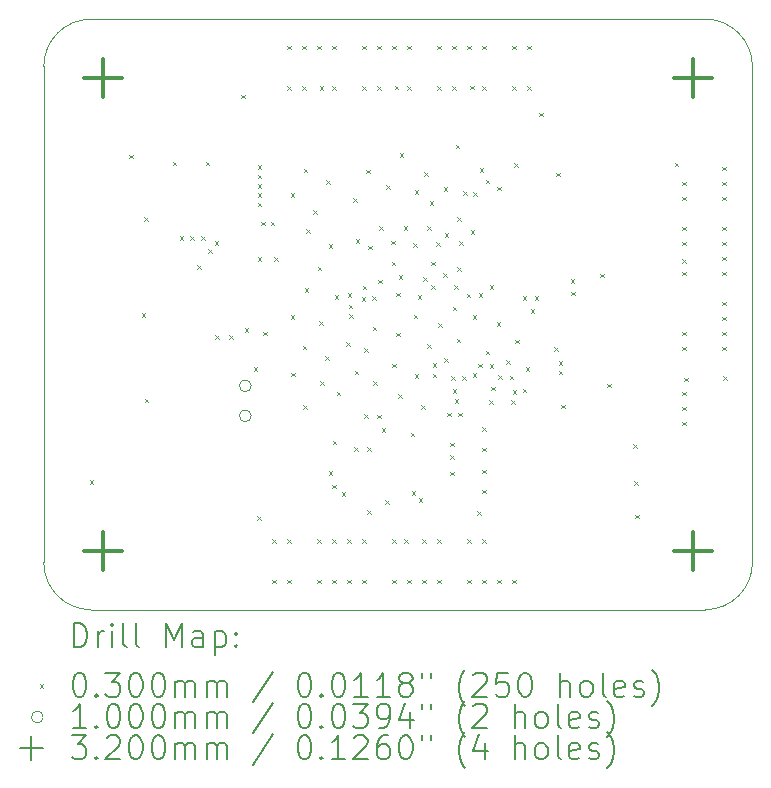
<source format=gbr>
%TF.GenerationSoftware,KiCad,Pcbnew,7.0.7-7.0.7~ubuntu22.04.1*%
%TF.CreationDate,2023-09-20T21:24:29+02:00*%
%TF.ProjectId,som_fpga,736f6d5f-6670-4676-912e-6b696361645f,rev?*%
%TF.SameCoordinates,Original*%
%TF.FileFunction,Drillmap*%
%TF.FilePolarity,Positive*%
%FSLAX45Y45*%
G04 Gerber Fmt 4.5, Leading zero omitted, Abs format (unit mm)*
G04 Created by KiCad (PCBNEW 7.0.7-7.0.7~ubuntu22.04.1) date 2023-09-20 21:24:29*
%MOMM*%
%LPD*%
G01*
G04 APERTURE LIST*
%ADD10C,0.100000*%
%ADD11C,0.200000*%
%ADD12C,0.030000*%
%ADD13C,0.320000*%
G04 APERTURE END LIST*
D10*
X11414000Y-6009000D02*
G75*
G03*
X11014000Y-6409000I0J-400000D01*
G01*
X11014000Y-10609000D02*
G75*
G03*
X11414000Y-11009000I400000J0D01*
G01*
X16614000Y-11009000D02*
G75*
G03*
X17014000Y-10609000I0J400000D01*
G01*
X16614000Y-11009000D02*
X11414000Y-11009000D01*
X17014000Y-6409000D02*
X17014000Y-10609000D01*
X11014000Y-6409000D02*
X11014000Y-10609000D01*
X11414000Y-6009000D02*
X16614000Y-6009000D01*
X17014000Y-6409000D02*
G75*
G03*
X16614000Y-6009000I-400000J0D01*
G01*
D11*
D12*
X11405000Y-9915000D02*
X11435000Y-9945000D01*
X11435000Y-9915000D02*
X11405000Y-9945000D01*
X11736400Y-7156900D02*
X11766400Y-7186900D01*
X11766400Y-7156900D02*
X11736400Y-7186900D01*
X11844400Y-8500400D02*
X11874400Y-8530400D01*
X11874400Y-8500400D02*
X11844400Y-8530400D01*
X11866400Y-7686900D02*
X11896400Y-7716900D01*
X11896400Y-7686900D02*
X11866400Y-7716900D01*
X11866900Y-9222900D02*
X11896900Y-9252900D01*
X11896900Y-9222900D02*
X11866900Y-9252900D01*
X12106400Y-7216900D02*
X12136400Y-7246900D01*
X12136400Y-7216900D02*
X12106400Y-7246900D01*
X12165000Y-7845000D02*
X12195000Y-7875000D01*
X12195000Y-7845000D02*
X12165000Y-7875000D01*
X12255000Y-7845000D02*
X12285000Y-7875000D01*
X12285000Y-7845000D02*
X12255000Y-7875000D01*
X12314400Y-8090400D02*
X12344400Y-8120400D01*
X12344400Y-8090400D02*
X12314400Y-8120400D01*
X12345000Y-7845000D02*
X12375000Y-7875000D01*
X12375000Y-7845000D02*
X12345000Y-7875000D01*
X12386400Y-7216900D02*
X12416400Y-7246900D01*
X12416400Y-7216900D02*
X12386400Y-7246900D01*
X12405000Y-7955000D02*
X12435000Y-7985000D01*
X12435000Y-7955000D02*
X12405000Y-7985000D01*
X12463000Y-7888000D02*
X12493000Y-7918000D01*
X12493000Y-7888000D02*
X12463000Y-7918000D01*
X12465000Y-8685000D02*
X12495000Y-8715000D01*
X12495000Y-8685000D02*
X12465000Y-8715000D01*
X12585000Y-8685000D02*
X12615000Y-8715000D01*
X12615000Y-8685000D02*
X12585000Y-8715000D01*
X12685000Y-6650000D02*
X12715000Y-6680000D01*
X12715000Y-6650000D02*
X12685000Y-6680000D01*
X12714000Y-8628000D02*
X12744000Y-8658000D01*
X12744000Y-8628000D02*
X12714000Y-8658000D01*
X12791000Y-8954000D02*
X12821000Y-8984000D01*
X12821000Y-8954000D02*
X12791000Y-8984000D01*
X12821250Y-10218750D02*
X12851250Y-10248750D01*
X12851250Y-10218750D02*
X12821250Y-10248750D01*
X12825000Y-7245000D02*
X12855000Y-7275000D01*
X12855000Y-7245000D02*
X12825000Y-7275000D01*
X12825000Y-7325000D02*
X12855000Y-7355000D01*
X12855000Y-7325000D02*
X12825000Y-7355000D01*
X12825000Y-7405000D02*
X12855000Y-7435000D01*
X12855000Y-7405000D02*
X12825000Y-7435000D01*
X12825000Y-7485000D02*
X12855000Y-7515000D01*
X12855000Y-7485000D02*
X12825000Y-7515000D01*
X12825000Y-7565000D02*
X12855000Y-7595000D01*
X12855000Y-7565000D02*
X12825000Y-7595000D01*
X12825000Y-8025000D02*
X12855000Y-8055000D01*
X12855000Y-8025000D02*
X12825000Y-8055000D01*
X12855000Y-7725000D02*
X12885000Y-7755000D01*
X12885000Y-7725000D02*
X12855000Y-7755000D01*
X12874000Y-8654000D02*
X12904000Y-8684000D01*
X12904000Y-8654000D02*
X12874000Y-8684000D01*
X12935000Y-7725000D02*
X12965000Y-7755000D01*
X12965000Y-7725000D02*
X12935000Y-7755000D01*
X12948250Y-10412500D02*
X12978250Y-10442500D01*
X12978250Y-10412500D02*
X12948250Y-10442500D01*
X12948250Y-10755500D02*
X12978250Y-10785500D01*
X12978250Y-10755500D02*
X12948250Y-10785500D01*
X12965000Y-8025000D02*
X12995000Y-8055000D01*
X12995000Y-8025000D02*
X12965000Y-8055000D01*
X13075250Y-6232500D02*
X13105250Y-6262500D01*
X13105250Y-6232500D02*
X13075250Y-6262500D01*
X13075250Y-6575500D02*
X13105250Y-6605500D01*
X13105250Y-6575500D02*
X13075250Y-6605500D01*
X13075250Y-10412500D02*
X13105250Y-10442500D01*
X13105250Y-10412500D02*
X13075250Y-10442500D01*
X13075250Y-10755500D02*
X13105250Y-10785500D01*
X13105250Y-10755500D02*
X13075250Y-10785500D01*
X13105000Y-7485000D02*
X13135000Y-7515000D01*
X13135000Y-7485000D02*
X13105000Y-7515000D01*
X13105000Y-8515000D02*
X13135000Y-8545000D01*
X13135000Y-8515000D02*
X13105000Y-8545000D01*
X13108000Y-9003000D02*
X13138000Y-9033000D01*
X13138000Y-9003000D02*
X13108000Y-9033000D01*
X13202250Y-6232500D02*
X13232250Y-6262500D01*
X13232250Y-6232500D02*
X13202250Y-6262500D01*
X13202250Y-6575500D02*
X13232250Y-6605500D01*
X13232250Y-6575500D02*
X13202250Y-6605500D01*
X13205000Y-8775000D02*
X13235000Y-8805000D01*
X13235000Y-8775000D02*
X13205000Y-8805000D01*
X13213000Y-9280000D02*
X13243000Y-9310000D01*
X13243000Y-9280000D02*
X13213000Y-9310000D01*
X13215000Y-7275000D02*
X13245000Y-7305000D01*
X13245000Y-7275000D02*
X13215000Y-7305000D01*
X13225000Y-8285000D02*
X13255000Y-8315000D01*
X13255000Y-8285000D02*
X13225000Y-8315000D01*
X13234000Y-7788000D02*
X13264000Y-7818000D01*
X13264000Y-7788000D02*
X13234000Y-7818000D01*
X13295000Y-7625000D02*
X13325000Y-7655000D01*
X13325000Y-7625000D02*
X13295000Y-7655000D01*
X13329250Y-6232500D02*
X13359250Y-6262500D01*
X13359250Y-6232500D02*
X13329250Y-6262500D01*
X13329250Y-10412500D02*
X13359250Y-10442500D01*
X13359250Y-10412500D02*
X13329250Y-10442500D01*
X13329250Y-10755500D02*
X13359250Y-10785500D01*
X13359250Y-10755500D02*
X13329250Y-10785500D01*
X13335000Y-8105000D02*
X13365000Y-8135000D01*
X13365000Y-8105000D02*
X13335000Y-8135000D01*
X13345000Y-8565000D02*
X13375000Y-8595000D01*
X13375000Y-8565000D02*
X13345000Y-8595000D01*
X13348870Y-6575500D02*
X13378870Y-6605500D01*
X13378870Y-6575500D02*
X13348870Y-6605500D01*
X13355000Y-9075000D02*
X13385000Y-9105000D01*
X13385000Y-9075000D02*
X13355000Y-9105000D01*
X13395000Y-8865000D02*
X13425000Y-8895000D01*
X13425000Y-8865000D02*
X13395000Y-8895000D01*
X13405000Y-7375000D02*
X13435000Y-7405000D01*
X13435000Y-7375000D02*
X13405000Y-7405000D01*
X13425000Y-7915000D02*
X13455000Y-7945000D01*
X13455000Y-7915000D02*
X13425000Y-7945000D01*
X13428000Y-9837000D02*
X13458000Y-9867000D01*
X13458000Y-9837000D02*
X13428000Y-9867000D01*
X13455000Y-9950000D02*
X13485000Y-9980000D01*
X13485000Y-9950000D02*
X13455000Y-9980000D01*
X13456250Y-6232500D02*
X13486250Y-6262500D01*
X13486250Y-6232500D02*
X13456250Y-6262500D01*
X13456250Y-6575500D02*
X13486250Y-6605500D01*
X13486250Y-6575500D02*
X13456250Y-6605500D01*
X13456250Y-10412500D02*
X13486250Y-10442500D01*
X13486250Y-10412500D02*
X13456250Y-10442500D01*
X13456250Y-10755500D02*
X13486250Y-10785500D01*
X13486250Y-10755500D02*
X13456250Y-10785500D01*
X13460000Y-9577000D02*
X13490000Y-9607000D01*
X13490000Y-9577000D02*
X13460000Y-9607000D01*
X13479304Y-8344783D02*
X13509304Y-8374783D01*
X13509304Y-8344783D02*
X13479304Y-8374783D01*
X13495000Y-9165000D02*
X13525000Y-9195000D01*
X13525000Y-9165000D02*
X13495000Y-9195000D01*
X13536550Y-10016000D02*
X13566550Y-10046000D01*
X13566550Y-10016000D02*
X13536550Y-10046000D01*
X13575499Y-8743650D02*
X13605499Y-8773650D01*
X13605499Y-8743650D02*
X13575499Y-8773650D01*
X13583250Y-10412500D02*
X13613250Y-10442500D01*
X13613250Y-10412500D02*
X13583250Y-10442500D01*
X13583250Y-10755500D02*
X13613250Y-10785500D01*
X13613250Y-10755500D02*
X13583250Y-10785500D01*
X13587451Y-8331860D02*
X13617451Y-8361860D01*
X13617451Y-8331860D02*
X13587451Y-8361860D01*
X13595000Y-8425000D02*
X13625000Y-8455000D01*
X13625000Y-8425000D02*
X13595000Y-8455000D01*
X13601810Y-8508025D02*
X13631810Y-8538025D01*
X13631810Y-8508025D02*
X13601810Y-8538025D01*
X13636269Y-7525540D02*
X13666269Y-7555540D01*
X13666269Y-7525540D02*
X13636269Y-7555540D01*
X13641000Y-9635300D02*
X13671000Y-9665300D01*
X13671000Y-9635300D02*
X13641000Y-9665300D01*
X13645000Y-8985000D02*
X13675000Y-9015000D01*
X13675000Y-8985000D02*
X13645000Y-9015000D01*
X13655000Y-7874000D02*
X13685000Y-7904000D01*
X13685000Y-7874000D02*
X13655000Y-7904000D01*
X13705000Y-8365000D02*
X13735000Y-8395000D01*
X13735000Y-8365000D02*
X13705000Y-8395000D01*
X13710250Y-6232500D02*
X13740250Y-6262500D01*
X13740250Y-6232500D02*
X13710250Y-6262500D01*
X13710250Y-6575500D02*
X13740250Y-6605500D01*
X13740250Y-6575500D02*
X13710250Y-6605500D01*
X13710250Y-10412500D02*
X13740250Y-10442500D01*
X13740250Y-10412500D02*
X13710250Y-10442500D01*
X13710250Y-10755500D02*
X13740250Y-10785500D01*
X13740250Y-10755500D02*
X13710250Y-10785500D01*
X13715000Y-8265000D02*
X13745000Y-8295000D01*
X13745000Y-8265000D02*
X13715000Y-8295000D01*
X13725000Y-9355000D02*
X13755000Y-9385000D01*
X13755000Y-9355000D02*
X13725000Y-9385000D01*
X13728000Y-8795000D02*
X13758000Y-8825000D01*
X13758000Y-8795000D02*
X13728000Y-8825000D01*
X13745000Y-7285000D02*
X13775000Y-7315000D01*
X13775000Y-7285000D02*
X13745000Y-7315000D01*
X13751000Y-9635300D02*
X13781000Y-9665300D01*
X13781000Y-9635300D02*
X13751000Y-9665300D01*
X13753000Y-10166000D02*
X13783000Y-10196000D01*
X13783000Y-10166000D02*
X13753000Y-10196000D01*
X13760487Y-7927456D02*
X13790487Y-7957456D01*
X13790487Y-7927456D02*
X13760487Y-7957456D01*
X13794290Y-8356291D02*
X13824290Y-8386291D01*
X13824290Y-8356291D02*
X13794290Y-8386291D01*
X13801009Y-8611949D02*
X13831009Y-8641949D01*
X13831009Y-8611949D02*
X13801009Y-8641949D01*
X13805000Y-9075000D02*
X13835000Y-9105000D01*
X13835000Y-9075000D02*
X13805000Y-9105000D01*
X13837250Y-6232500D02*
X13867250Y-6262500D01*
X13867250Y-6232500D02*
X13837250Y-6262500D01*
X13837250Y-6575500D02*
X13867250Y-6605500D01*
X13867250Y-6575500D02*
X13837250Y-6605500D01*
X13837950Y-9360000D02*
X13867950Y-9390000D01*
X13867950Y-9360000D02*
X13837950Y-9390000D01*
X13845000Y-8215000D02*
X13875000Y-8245000D01*
X13875000Y-8215000D02*
X13845000Y-8245000D01*
X13856323Y-7764392D02*
X13886323Y-7794392D01*
X13886323Y-7764392D02*
X13856323Y-7794392D01*
X13877000Y-9474000D02*
X13907000Y-9504000D01*
X13907000Y-9474000D02*
X13877000Y-9504000D01*
X13903810Y-10080528D02*
X13933810Y-10110528D01*
X13933810Y-10080528D02*
X13903810Y-10110528D01*
X13915000Y-7415000D02*
X13945000Y-7445000D01*
X13945000Y-7415000D02*
X13915000Y-7445000D01*
X13953743Y-7884828D02*
X13983743Y-7914828D01*
X13983743Y-7884828D02*
X13953743Y-7914828D01*
X13958538Y-8063447D02*
X13988538Y-8093447D01*
X13988538Y-8063447D02*
X13958538Y-8093447D01*
X13964250Y-6232500D02*
X13994250Y-6262500D01*
X13994250Y-6232500D02*
X13964250Y-6262500D01*
X13964250Y-10412500D02*
X13994250Y-10442500D01*
X13994250Y-10412500D02*
X13964250Y-10442500D01*
X13964250Y-10755500D02*
X13994250Y-10785500D01*
X13994250Y-10755500D02*
X13964250Y-10785500D01*
X13966374Y-8928095D02*
X13996374Y-8958095D01*
X13996374Y-8928095D02*
X13966374Y-8958095D01*
X13983868Y-6572594D02*
X14013868Y-6602594D01*
X14013868Y-6572594D02*
X13983868Y-6602594D01*
X13998500Y-8665500D02*
X14028500Y-8695500D01*
X14028500Y-8665500D02*
X13998500Y-8695500D01*
X13999500Y-8323500D02*
X14029500Y-8353500D01*
X14029500Y-8323500D02*
X13999500Y-8353500D01*
X14015000Y-9185000D02*
X14045000Y-9215000D01*
X14045000Y-9185000D02*
X14015000Y-9215000D01*
X14021000Y-8177000D02*
X14051000Y-8207000D01*
X14051000Y-8177000D02*
X14021000Y-8207000D01*
X14026000Y-7143000D02*
X14056000Y-7173000D01*
X14056000Y-7143000D02*
X14026000Y-7173000D01*
X14060463Y-7762500D02*
X14090463Y-7792500D01*
X14090463Y-7762500D02*
X14060463Y-7792500D01*
X14064350Y-10412500D02*
X14094350Y-10442500D01*
X14094350Y-10412500D02*
X14064350Y-10442500D01*
X14091250Y-6232500D02*
X14121250Y-6262500D01*
X14121250Y-6232500D02*
X14091250Y-6262500D01*
X14091250Y-6575500D02*
X14121250Y-6605500D01*
X14121250Y-6575500D02*
X14091250Y-6605500D01*
X14091250Y-10755500D02*
X14121250Y-10785500D01*
X14121250Y-10755500D02*
X14091250Y-10785500D01*
X14120000Y-9510000D02*
X14150000Y-9540000D01*
X14150000Y-9510000D02*
X14120000Y-9540000D01*
X14131214Y-10007179D02*
X14161214Y-10037179D01*
X14161214Y-10007179D02*
X14131214Y-10037179D01*
X14141000Y-7907000D02*
X14171000Y-7937000D01*
X14171000Y-7907000D02*
X14141000Y-7937000D01*
X14148000Y-8510000D02*
X14178000Y-8540000D01*
X14178000Y-8510000D02*
X14148000Y-8540000D01*
X14155000Y-9015000D02*
X14185000Y-9045000D01*
X14185000Y-9015000D02*
X14155000Y-9045000D01*
X14156705Y-7458789D02*
X14186705Y-7488789D01*
X14186705Y-7458789D02*
X14156705Y-7488789D01*
X14179856Y-8344254D02*
X14209856Y-8374254D01*
X14209856Y-8344254D02*
X14179856Y-8374254D01*
X14187783Y-10063748D02*
X14217783Y-10093748D01*
X14217783Y-10063748D02*
X14187783Y-10093748D01*
X14210000Y-9279000D02*
X14240000Y-9309000D01*
X14240000Y-9279000D02*
X14210000Y-9309000D01*
X14218250Y-10412500D02*
X14248250Y-10442500D01*
X14248250Y-10412500D02*
X14218250Y-10442500D01*
X14218250Y-10755500D02*
X14248250Y-10785500D01*
X14248250Y-10755500D02*
X14218250Y-10785500D01*
X14227320Y-8193207D02*
X14257320Y-8223207D01*
X14257320Y-8193207D02*
X14227320Y-8223207D01*
X14235000Y-7305000D02*
X14265000Y-7335000D01*
X14265000Y-7305000D02*
X14235000Y-7335000D01*
X14260457Y-8762511D02*
X14290457Y-8792511D01*
X14290457Y-8762511D02*
X14260457Y-8792511D01*
X14260460Y-7762506D02*
X14290460Y-7792506D01*
X14290460Y-7762506D02*
X14260460Y-7792506D01*
X14283459Y-7551541D02*
X14313459Y-7581541D01*
X14313459Y-7551541D02*
X14283459Y-7581541D01*
X14295540Y-8262507D02*
X14325540Y-8292507D01*
X14325540Y-8262507D02*
X14295540Y-8292507D01*
X14295541Y-8062508D02*
X14325541Y-8092508D01*
X14325541Y-8062508D02*
X14295541Y-8092508D01*
X14306000Y-8923000D02*
X14336000Y-8953000D01*
X14336000Y-8923000D02*
X14306000Y-8953000D01*
X14306000Y-9013000D02*
X14336000Y-9043000D01*
X14336000Y-9013000D02*
X14306000Y-9043000D01*
X14339000Y-7900000D02*
X14369000Y-7930000D01*
X14369000Y-7900000D02*
X14339000Y-7930000D01*
X14345250Y-6232500D02*
X14375250Y-6262500D01*
X14375250Y-6232500D02*
X14345250Y-6262500D01*
X14345250Y-6575500D02*
X14375250Y-6605500D01*
X14375250Y-6575500D02*
X14345250Y-6605500D01*
X14345250Y-10412500D02*
X14375250Y-10442500D01*
X14375250Y-10412500D02*
X14345250Y-10442500D01*
X14345250Y-10755500D02*
X14375250Y-10785500D01*
X14375250Y-10755500D02*
X14345250Y-10785500D01*
X14354000Y-8582000D02*
X14384000Y-8612000D01*
X14384000Y-8582000D02*
X14354000Y-8612000D01*
X14395542Y-8162509D02*
X14425542Y-8192509D01*
X14425542Y-8162509D02*
X14395542Y-8192509D01*
X14401183Y-7430394D02*
X14431183Y-7460394D01*
X14431183Y-7430394D02*
X14401183Y-7460394D01*
X14406000Y-8882000D02*
X14436000Y-8912000D01*
X14436000Y-8882000D02*
X14406000Y-8912000D01*
X14408555Y-7822665D02*
X14438555Y-7852665D01*
X14438555Y-7822665D02*
X14408555Y-7852665D01*
X14428000Y-9342000D02*
X14458000Y-9372000D01*
X14458000Y-9342000D02*
X14428000Y-9372000D01*
X14456000Y-9703000D02*
X14486000Y-9733000D01*
X14486000Y-9703000D02*
X14456000Y-9733000D01*
X14457000Y-9595000D02*
X14487000Y-9625000D01*
X14487000Y-9595000D02*
X14457000Y-9625000D01*
X14457000Y-9840000D02*
X14487000Y-9870000D01*
X14487000Y-9840000D02*
X14457000Y-9870000D01*
X14466000Y-9030000D02*
X14496000Y-9060000D01*
X14496000Y-9030000D02*
X14466000Y-9060000D01*
X14472250Y-6232500D02*
X14502250Y-6262500D01*
X14502250Y-6232500D02*
X14472250Y-6262500D01*
X14472250Y-6575500D02*
X14502250Y-6605500D01*
X14502250Y-6575500D02*
X14472250Y-6605500D01*
X14474794Y-8443006D02*
X14504794Y-8473006D01*
X14504794Y-8443006D02*
X14474794Y-8473006D01*
X14478000Y-9144000D02*
X14508000Y-9174000D01*
X14508000Y-9144000D02*
X14478000Y-9174000D01*
X14491000Y-8264000D02*
X14521000Y-8294000D01*
X14521000Y-8264000D02*
X14491000Y-8294000D01*
X14493550Y-9225000D02*
X14523550Y-9255000D01*
X14523550Y-9225000D02*
X14493550Y-9255000D01*
X14502000Y-7073000D02*
X14532000Y-7103000D01*
X14532000Y-7073000D02*
X14502000Y-7103000D01*
X14512000Y-8716000D02*
X14542000Y-8746000D01*
X14542000Y-8716000D02*
X14512000Y-8746000D01*
X14515000Y-7685000D02*
X14545000Y-7715000D01*
X14545000Y-7685000D02*
X14515000Y-7715000D01*
X14516000Y-8111000D02*
X14546000Y-8141000D01*
X14546000Y-8111000D02*
X14516000Y-8141000D01*
X14524350Y-9341000D02*
X14554350Y-9371000D01*
X14554350Y-9341000D02*
X14524350Y-9371000D01*
X14533844Y-7888524D02*
X14563844Y-7918524D01*
X14563844Y-7888524D02*
X14533844Y-7918524D01*
X14556515Y-9031126D02*
X14586515Y-9061126D01*
X14586515Y-9031126D02*
X14556515Y-9061126D01*
X14564458Y-7465751D02*
X14594458Y-7495751D01*
X14594458Y-7465751D02*
X14564458Y-7495751D01*
X14593580Y-8334104D02*
X14623580Y-8364104D01*
X14623580Y-8334104D02*
X14593580Y-8364104D01*
X14599250Y-6232500D02*
X14629250Y-6262500D01*
X14629250Y-6232500D02*
X14599250Y-6262500D01*
X14599250Y-10412500D02*
X14629250Y-10442500D01*
X14629250Y-10412500D02*
X14599250Y-10442500D01*
X14599250Y-10755500D02*
X14629250Y-10785500D01*
X14629250Y-10755500D02*
X14599250Y-10785500D01*
X14624000Y-6571000D02*
X14654000Y-6601000D01*
X14654000Y-6571000D02*
X14624000Y-6601000D01*
X14628000Y-7795000D02*
X14658000Y-7825000D01*
X14658000Y-7795000D02*
X14628000Y-7825000D01*
X14645000Y-8515000D02*
X14675000Y-8545000D01*
X14675000Y-8515000D02*
X14645000Y-8545000D01*
X14645000Y-9005000D02*
X14675000Y-9035000D01*
X14675000Y-9005000D02*
X14645000Y-9035000D01*
X14651000Y-7473000D02*
X14681000Y-7503000D01*
X14681000Y-7473000D02*
X14651000Y-7503000D01*
X14685000Y-10175000D02*
X14715000Y-10205000D01*
X14715000Y-10175000D02*
X14685000Y-10205000D01*
X14691000Y-8926000D02*
X14721000Y-8956000D01*
X14721000Y-8926000D02*
X14691000Y-8956000D01*
X14695542Y-8327491D02*
X14725542Y-8357491D01*
X14725542Y-8327491D02*
X14695542Y-8357491D01*
X14706000Y-7271000D02*
X14736000Y-7301000D01*
X14736000Y-7271000D02*
X14706000Y-7301000D01*
X14725000Y-9636000D02*
X14755000Y-9666000D01*
X14755000Y-9636000D02*
X14725000Y-9666000D01*
X14725000Y-9822000D02*
X14755000Y-9852000D01*
X14755000Y-9822000D02*
X14725000Y-9852000D01*
X14725000Y-9992000D02*
X14755000Y-10022000D01*
X14755000Y-9992000D02*
X14725000Y-10022000D01*
X14726000Y-9466000D02*
X14756000Y-9496000D01*
X14756000Y-9466000D02*
X14726000Y-9496000D01*
X14726250Y-6232500D02*
X14756250Y-6262500D01*
X14756250Y-6232500D02*
X14726250Y-6262500D01*
X14726250Y-6575500D02*
X14756250Y-6605500D01*
X14756250Y-6575500D02*
X14726250Y-6605500D01*
X14726250Y-10412500D02*
X14756250Y-10442500D01*
X14756250Y-10412500D02*
X14726250Y-10442500D01*
X14726250Y-10755500D02*
X14756250Y-10785500D01*
X14756250Y-10755500D02*
X14726250Y-10785500D01*
X14755000Y-7369000D02*
X14785000Y-7399000D01*
X14785000Y-7369000D02*
X14755000Y-7399000D01*
X14755000Y-8815000D02*
X14785000Y-8845000D01*
X14785000Y-8815000D02*
X14755000Y-8845000D01*
X14787819Y-9237742D02*
X14817819Y-9267742D01*
X14817819Y-9237742D02*
X14787819Y-9267742D01*
X14789000Y-8931000D02*
X14819000Y-8961000D01*
X14819000Y-8931000D02*
X14789000Y-8961000D01*
X14789589Y-8261837D02*
X14819589Y-8291837D01*
X14819589Y-8261837D02*
X14789589Y-8291837D01*
X14801000Y-9120000D02*
X14831000Y-9150000D01*
X14831000Y-9120000D02*
X14801000Y-9150000D01*
X14849000Y-8573000D02*
X14879000Y-8603000D01*
X14879000Y-8573000D02*
X14849000Y-8603000D01*
X14853250Y-10755500D02*
X14883250Y-10785500D01*
X14883250Y-10755500D02*
X14853250Y-10785500D01*
X14854000Y-7426000D02*
X14884000Y-7456000D01*
X14884000Y-7426000D02*
X14854000Y-7456000D01*
X14863000Y-9022000D02*
X14893000Y-9052000D01*
X14893000Y-9022000D02*
X14863000Y-9052000D01*
X14928000Y-8895000D02*
X14958000Y-8925000D01*
X14958000Y-8895000D02*
X14928000Y-8925000D01*
X14960000Y-9028000D02*
X14990000Y-9058000D01*
X14990000Y-9028000D02*
X14960000Y-9058000D01*
X14971000Y-9236000D02*
X15001000Y-9266000D01*
X15001000Y-9236000D02*
X14971000Y-9266000D01*
X14980250Y-6232500D02*
X15010250Y-6262500D01*
X15010250Y-6232500D02*
X14980250Y-6262500D01*
X14980250Y-6575500D02*
X15010250Y-6605500D01*
X15010250Y-6575500D02*
X14980250Y-6605500D01*
X14980250Y-10755500D02*
X15010250Y-10785500D01*
X15010250Y-10755500D02*
X14980250Y-10785500D01*
X14986000Y-9153000D02*
X15016000Y-9183000D01*
X15016000Y-9153000D02*
X14986000Y-9183000D01*
X14995511Y-7227458D02*
X15025511Y-7257458D01*
X15025511Y-7227458D02*
X14995511Y-7257458D01*
X15005000Y-8725000D02*
X15035000Y-8755000D01*
X15035000Y-8725000D02*
X15005000Y-8755000D01*
X15069000Y-8354000D02*
X15099000Y-8384000D01*
X15099000Y-8354000D02*
X15069000Y-8384000D01*
X15070000Y-9138000D02*
X15100000Y-9168000D01*
X15100000Y-9138000D02*
X15070000Y-9168000D01*
X15094290Y-8956292D02*
X15124290Y-8986292D01*
X15124290Y-8956292D02*
X15094290Y-8986292D01*
X15107250Y-6232500D02*
X15137250Y-6262500D01*
X15137250Y-6232500D02*
X15107250Y-6262500D01*
X15107250Y-6575500D02*
X15137250Y-6605500D01*
X15137250Y-6575500D02*
X15107250Y-6605500D01*
X15136000Y-8467000D02*
X15166000Y-8497000D01*
X15166000Y-8467000D02*
X15136000Y-8497000D01*
X15170853Y-8354661D02*
X15200853Y-8384661D01*
X15200853Y-8354661D02*
X15170853Y-8384661D01*
X15210000Y-6800000D02*
X15240000Y-6830000D01*
X15240000Y-6800000D02*
X15210000Y-6830000D01*
X15335000Y-8788700D02*
X15365000Y-8818700D01*
X15365000Y-8788700D02*
X15335000Y-8818700D01*
X15352000Y-7308000D02*
X15382000Y-7338000D01*
X15382000Y-7308000D02*
X15352000Y-7338000D01*
X15375000Y-8905000D02*
X15405000Y-8935000D01*
X15405000Y-8905000D02*
X15375000Y-8935000D01*
X15375000Y-8985000D02*
X15405000Y-9015000D01*
X15405000Y-8985000D02*
X15375000Y-9015000D01*
X15396000Y-9274000D02*
X15426000Y-9304000D01*
X15426000Y-9274000D02*
X15396000Y-9304000D01*
X15476000Y-8209000D02*
X15506000Y-8239000D01*
X15506000Y-8209000D02*
X15476000Y-8239000D01*
X15480000Y-8315000D02*
X15510000Y-8345000D01*
X15510000Y-8315000D02*
X15480000Y-8345000D01*
X15725000Y-8165000D02*
X15755000Y-8195000D01*
X15755000Y-8165000D02*
X15725000Y-8195000D01*
X15785000Y-9095000D02*
X15815000Y-9125000D01*
X15815000Y-9095000D02*
X15785000Y-9125000D01*
X16007000Y-9606000D02*
X16037000Y-9636000D01*
X16037000Y-9606000D02*
X16007000Y-9636000D01*
X16013000Y-9919000D02*
X16043000Y-9949000D01*
X16043000Y-9919000D02*
X16013000Y-9949000D01*
X16021000Y-10205000D02*
X16051000Y-10235000D01*
X16051000Y-10205000D02*
X16021000Y-10235000D01*
X16357000Y-7225000D02*
X16387000Y-7255000D01*
X16387000Y-7225000D02*
X16357000Y-7255000D01*
X16417500Y-7385750D02*
X16447500Y-7415750D01*
X16447500Y-7385750D02*
X16417500Y-7415750D01*
X16417500Y-7512750D02*
X16447500Y-7542750D01*
X16447500Y-7512750D02*
X16417500Y-7542750D01*
X16417500Y-7766750D02*
X16447500Y-7796750D01*
X16447500Y-7766750D02*
X16417500Y-7796750D01*
X16417500Y-7893750D02*
X16447500Y-7923750D01*
X16447500Y-7893750D02*
X16417500Y-7923750D01*
X16417500Y-8147750D02*
X16447500Y-8177750D01*
X16447500Y-8147750D02*
X16417500Y-8177750D01*
X16417500Y-8655750D02*
X16447500Y-8685750D01*
X16447500Y-8655750D02*
X16417500Y-8685750D01*
X16417500Y-8782750D02*
X16447500Y-8812750D01*
X16447500Y-8782750D02*
X16417500Y-8812750D01*
X16417500Y-9163750D02*
X16447500Y-9193750D01*
X16447500Y-9163750D02*
X16417500Y-9193750D01*
X16417500Y-9290750D02*
X16447500Y-9320750D01*
X16447500Y-9290750D02*
X16417500Y-9320750D01*
X16417500Y-9417750D02*
X16447500Y-9447750D01*
X16447500Y-9417750D02*
X16417500Y-9447750D01*
X16420406Y-8040368D02*
X16450406Y-8070368D01*
X16450406Y-8040368D02*
X16420406Y-8070368D01*
X16435000Y-9045000D02*
X16465000Y-9075000D01*
X16465000Y-9045000D02*
X16435000Y-9075000D01*
X16760500Y-7258750D02*
X16790500Y-7288750D01*
X16790500Y-7258750D02*
X16760500Y-7288750D01*
X16760500Y-7385750D02*
X16790500Y-7415750D01*
X16790500Y-7385750D02*
X16760500Y-7415750D01*
X16760500Y-7512750D02*
X16790500Y-7542750D01*
X16790500Y-7512750D02*
X16760500Y-7542750D01*
X16760500Y-7766750D02*
X16790500Y-7796750D01*
X16790500Y-7766750D02*
X16760500Y-7796750D01*
X16760500Y-7893750D02*
X16790500Y-7923750D01*
X16790500Y-7893750D02*
X16760500Y-7923750D01*
X16760500Y-8020750D02*
X16790500Y-8050750D01*
X16790500Y-8020750D02*
X16760500Y-8050750D01*
X16760500Y-8147750D02*
X16790500Y-8177750D01*
X16790500Y-8147750D02*
X16760500Y-8177750D01*
X16760500Y-8401750D02*
X16790500Y-8431750D01*
X16790500Y-8401750D02*
X16760500Y-8431750D01*
X16760500Y-8528750D02*
X16790500Y-8558750D01*
X16790500Y-8528750D02*
X16760500Y-8558750D01*
X16760500Y-8655750D02*
X16790500Y-8685750D01*
X16790500Y-8655750D02*
X16760500Y-8685750D01*
X16760500Y-8782750D02*
X16790500Y-8812750D01*
X16790500Y-8782750D02*
X16760500Y-8812750D01*
X16766000Y-9034000D02*
X16796000Y-9064000D01*
X16796000Y-9034000D02*
X16766000Y-9064000D01*
D10*
X12770000Y-9113500D02*
G75*
G03*
X12770000Y-9113500I-50000J0D01*
G01*
X12770000Y-9367500D02*
G75*
G03*
X12770000Y-9367500I-50000J0D01*
G01*
D13*
X11514000Y-6349000D02*
X11514000Y-6669000D01*
X11354000Y-6509000D02*
X11674000Y-6509000D01*
X11514000Y-10349000D02*
X11514000Y-10669000D01*
X11354000Y-10509000D02*
X11674000Y-10509000D01*
X16514000Y-6349000D02*
X16514000Y-6669000D01*
X16354000Y-6509000D02*
X16674000Y-6509000D01*
X16514000Y-10349000D02*
X16514000Y-10669000D01*
X16354000Y-10509000D02*
X16674000Y-10509000D01*
D11*
X11269777Y-11325484D02*
X11269777Y-11125484D01*
X11269777Y-11125484D02*
X11317396Y-11125484D01*
X11317396Y-11125484D02*
X11345967Y-11135008D01*
X11345967Y-11135008D02*
X11365015Y-11154055D01*
X11365015Y-11154055D02*
X11374539Y-11173103D01*
X11374539Y-11173103D02*
X11384062Y-11211198D01*
X11384062Y-11211198D02*
X11384062Y-11239769D01*
X11384062Y-11239769D02*
X11374539Y-11277865D01*
X11374539Y-11277865D02*
X11365015Y-11296912D01*
X11365015Y-11296912D02*
X11345967Y-11315960D01*
X11345967Y-11315960D02*
X11317396Y-11325484D01*
X11317396Y-11325484D02*
X11269777Y-11325484D01*
X11469777Y-11325484D02*
X11469777Y-11192150D01*
X11469777Y-11230246D02*
X11479301Y-11211198D01*
X11479301Y-11211198D02*
X11488824Y-11201674D01*
X11488824Y-11201674D02*
X11507872Y-11192150D01*
X11507872Y-11192150D02*
X11526920Y-11192150D01*
X11593586Y-11325484D02*
X11593586Y-11192150D01*
X11593586Y-11125484D02*
X11584062Y-11135008D01*
X11584062Y-11135008D02*
X11593586Y-11144531D01*
X11593586Y-11144531D02*
X11603110Y-11135008D01*
X11603110Y-11135008D02*
X11593586Y-11125484D01*
X11593586Y-11125484D02*
X11593586Y-11144531D01*
X11717396Y-11325484D02*
X11698348Y-11315960D01*
X11698348Y-11315960D02*
X11688824Y-11296912D01*
X11688824Y-11296912D02*
X11688824Y-11125484D01*
X11822158Y-11325484D02*
X11803110Y-11315960D01*
X11803110Y-11315960D02*
X11793586Y-11296912D01*
X11793586Y-11296912D02*
X11793586Y-11125484D01*
X12050729Y-11325484D02*
X12050729Y-11125484D01*
X12050729Y-11125484D02*
X12117396Y-11268341D01*
X12117396Y-11268341D02*
X12184062Y-11125484D01*
X12184062Y-11125484D02*
X12184062Y-11325484D01*
X12365015Y-11325484D02*
X12365015Y-11220722D01*
X12365015Y-11220722D02*
X12355491Y-11201674D01*
X12355491Y-11201674D02*
X12336443Y-11192150D01*
X12336443Y-11192150D02*
X12298348Y-11192150D01*
X12298348Y-11192150D02*
X12279301Y-11201674D01*
X12365015Y-11315960D02*
X12345967Y-11325484D01*
X12345967Y-11325484D02*
X12298348Y-11325484D01*
X12298348Y-11325484D02*
X12279301Y-11315960D01*
X12279301Y-11315960D02*
X12269777Y-11296912D01*
X12269777Y-11296912D02*
X12269777Y-11277865D01*
X12269777Y-11277865D02*
X12279301Y-11258817D01*
X12279301Y-11258817D02*
X12298348Y-11249293D01*
X12298348Y-11249293D02*
X12345967Y-11249293D01*
X12345967Y-11249293D02*
X12365015Y-11239769D01*
X12460253Y-11192150D02*
X12460253Y-11392150D01*
X12460253Y-11201674D02*
X12479301Y-11192150D01*
X12479301Y-11192150D02*
X12517396Y-11192150D01*
X12517396Y-11192150D02*
X12536443Y-11201674D01*
X12536443Y-11201674D02*
X12545967Y-11211198D01*
X12545967Y-11211198D02*
X12555491Y-11230246D01*
X12555491Y-11230246D02*
X12555491Y-11287388D01*
X12555491Y-11287388D02*
X12545967Y-11306436D01*
X12545967Y-11306436D02*
X12536443Y-11315960D01*
X12536443Y-11315960D02*
X12517396Y-11325484D01*
X12517396Y-11325484D02*
X12479301Y-11325484D01*
X12479301Y-11325484D02*
X12460253Y-11315960D01*
X12641205Y-11306436D02*
X12650729Y-11315960D01*
X12650729Y-11315960D02*
X12641205Y-11325484D01*
X12641205Y-11325484D02*
X12631682Y-11315960D01*
X12631682Y-11315960D02*
X12641205Y-11306436D01*
X12641205Y-11306436D02*
X12641205Y-11325484D01*
X12641205Y-11201674D02*
X12650729Y-11211198D01*
X12650729Y-11211198D02*
X12641205Y-11220722D01*
X12641205Y-11220722D02*
X12631682Y-11211198D01*
X12631682Y-11211198D02*
X12641205Y-11201674D01*
X12641205Y-11201674D02*
X12641205Y-11220722D01*
D12*
X10979000Y-11639000D02*
X11009000Y-11669000D01*
X11009000Y-11639000D02*
X10979000Y-11669000D01*
D11*
X11307872Y-11545484D02*
X11326920Y-11545484D01*
X11326920Y-11545484D02*
X11345967Y-11555008D01*
X11345967Y-11555008D02*
X11355491Y-11564531D01*
X11355491Y-11564531D02*
X11365015Y-11583579D01*
X11365015Y-11583579D02*
X11374539Y-11621674D01*
X11374539Y-11621674D02*
X11374539Y-11669293D01*
X11374539Y-11669293D02*
X11365015Y-11707388D01*
X11365015Y-11707388D02*
X11355491Y-11726436D01*
X11355491Y-11726436D02*
X11345967Y-11735960D01*
X11345967Y-11735960D02*
X11326920Y-11745484D01*
X11326920Y-11745484D02*
X11307872Y-11745484D01*
X11307872Y-11745484D02*
X11288824Y-11735960D01*
X11288824Y-11735960D02*
X11279301Y-11726436D01*
X11279301Y-11726436D02*
X11269777Y-11707388D01*
X11269777Y-11707388D02*
X11260253Y-11669293D01*
X11260253Y-11669293D02*
X11260253Y-11621674D01*
X11260253Y-11621674D02*
X11269777Y-11583579D01*
X11269777Y-11583579D02*
X11279301Y-11564531D01*
X11279301Y-11564531D02*
X11288824Y-11555008D01*
X11288824Y-11555008D02*
X11307872Y-11545484D01*
X11460253Y-11726436D02*
X11469777Y-11735960D01*
X11469777Y-11735960D02*
X11460253Y-11745484D01*
X11460253Y-11745484D02*
X11450729Y-11735960D01*
X11450729Y-11735960D02*
X11460253Y-11726436D01*
X11460253Y-11726436D02*
X11460253Y-11745484D01*
X11536443Y-11545484D02*
X11660253Y-11545484D01*
X11660253Y-11545484D02*
X11593586Y-11621674D01*
X11593586Y-11621674D02*
X11622158Y-11621674D01*
X11622158Y-11621674D02*
X11641205Y-11631198D01*
X11641205Y-11631198D02*
X11650729Y-11640722D01*
X11650729Y-11640722D02*
X11660253Y-11659769D01*
X11660253Y-11659769D02*
X11660253Y-11707388D01*
X11660253Y-11707388D02*
X11650729Y-11726436D01*
X11650729Y-11726436D02*
X11641205Y-11735960D01*
X11641205Y-11735960D02*
X11622158Y-11745484D01*
X11622158Y-11745484D02*
X11565015Y-11745484D01*
X11565015Y-11745484D02*
X11545967Y-11735960D01*
X11545967Y-11735960D02*
X11536443Y-11726436D01*
X11784062Y-11545484D02*
X11803110Y-11545484D01*
X11803110Y-11545484D02*
X11822158Y-11555008D01*
X11822158Y-11555008D02*
X11831682Y-11564531D01*
X11831682Y-11564531D02*
X11841205Y-11583579D01*
X11841205Y-11583579D02*
X11850729Y-11621674D01*
X11850729Y-11621674D02*
X11850729Y-11669293D01*
X11850729Y-11669293D02*
X11841205Y-11707388D01*
X11841205Y-11707388D02*
X11831682Y-11726436D01*
X11831682Y-11726436D02*
X11822158Y-11735960D01*
X11822158Y-11735960D02*
X11803110Y-11745484D01*
X11803110Y-11745484D02*
X11784062Y-11745484D01*
X11784062Y-11745484D02*
X11765015Y-11735960D01*
X11765015Y-11735960D02*
X11755491Y-11726436D01*
X11755491Y-11726436D02*
X11745967Y-11707388D01*
X11745967Y-11707388D02*
X11736443Y-11669293D01*
X11736443Y-11669293D02*
X11736443Y-11621674D01*
X11736443Y-11621674D02*
X11745967Y-11583579D01*
X11745967Y-11583579D02*
X11755491Y-11564531D01*
X11755491Y-11564531D02*
X11765015Y-11555008D01*
X11765015Y-11555008D02*
X11784062Y-11545484D01*
X11974539Y-11545484D02*
X11993586Y-11545484D01*
X11993586Y-11545484D02*
X12012634Y-11555008D01*
X12012634Y-11555008D02*
X12022158Y-11564531D01*
X12022158Y-11564531D02*
X12031682Y-11583579D01*
X12031682Y-11583579D02*
X12041205Y-11621674D01*
X12041205Y-11621674D02*
X12041205Y-11669293D01*
X12041205Y-11669293D02*
X12031682Y-11707388D01*
X12031682Y-11707388D02*
X12022158Y-11726436D01*
X12022158Y-11726436D02*
X12012634Y-11735960D01*
X12012634Y-11735960D02*
X11993586Y-11745484D01*
X11993586Y-11745484D02*
X11974539Y-11745484D01*
X11974539Y-11745484D02*
X11955491Y-11735960D01*
X11955491Y-11735960D02*
X11945967Y-11726436D01*
X11945967Y-11726436D02*
X11936443Y-11707388D01*
X11936443Y-11707388D02*
X11926920Y-11669293D01*
X11926920Y-11669293D02*
X11926920Y-11621674D01*
X11926920Y-11621674D02*
X11936443Y-11583579D01*
X11936443Y-11583579D02*
X11945967Y-11564531D01*
X11945967Y-11564531D02*
X11955491Y-11555008D01*
X11955491Y-11555008D02*
X11974539Y-11545484D01*
X12126920Y-11745484D02*
X12126920Y-11612150D01*
X12126920Y-11631198D02*
X12136443Y-11621674D01*
X12136443Y-11621674D02*
X12155491Y-11612150D01*
X12155491Y-11612150D02*
X12184063Y-11612150D01*
X12184063Y-11612150D02*
X12203110Y-11621674D01*
X12203110Y-11621674D02*
X12212634Y-11640722D01*
X12212634Y-11640722D02*
X12212634Y-11745484D01*
X12212634Y-11640722D02*
X12222158Y-11621674D01*
X12222158Y-11621674D02*
X12241205Y-11612150D01*
X12241205Y-11612150D02*
X12269777Y-11612150D01*
X12269777Y-11612150D02*
X12288824Y-11621674D01*
X12288824Y-11621674D02*
X12298348Y-11640722D01*
X12298348Y-11640722D02*
X12298348Y-11745484D01*
X12393586Y-11745484D02*
X12393586Y-11612150D01*
X12393586Y-11631198D02*
X12403110Y-11621674D01*
X12403110Y-11621674D02*
X12422158Y-11612150D01*
X12422158Y-11612150D02*
X12450729Y-11612150D01*
X12450729Y-11612150D02*
X12469777Y-11621674D01*
X12469777Y-11621674D02*
X12479301Y-11640722D01*
X12479301Y-11640722D02*
X12479301Y-11745484D01*
X12479301Y-11640722D02*
X12488824Y-11621674D01*
X12488824Y-11621674D02*
X12507872Y-11612150D01*
X12507872Y-11612150D02*
X12536443Y-11612150D01*
X12536443Y-11612150D02*
X12555491Y-11621674D01*
X12555491Y-11621674D02*
X12565015Y-11640722D01*
X12565015Y-11640722D02*
X12565015Y-11745484D01*
X12955491Y-11535960D02*
X12784063Y-11793103D01*
X13212634Y-11545484D02*
X13231682Y-11545484D01*
X13231682Y-11545484D02*
X13250729Y-11555008D01*
X13250729Y-11555008D02*
X13260253Y-11564531D01*
X13260253Y-11564531D02*
X13269777Y-11583579D01*
X13269777Y-11583579D02*
X13279301Y-11621674D01*
X13279301Y-11621674D02*
X13279301Y-11669293D01*
X13279301Y-11669293D02*
X13269777Y-11707388D01*
X13269777Y-11707388D02*
X13260253Y-11726436D01*
X13260253Y-11726436D02*
X13250729Y-11735960D01*
X13250729Y-11735960D02*
X13231682Y-11745484D01*
X13231682Y-11745484D02*
X13212634Y-11745484D01*
X13212634Y-11745484D02*
X13193586Y-11735960D01*
X13193586Y-11735960D02*
X13184063Y-11726436D01*
X13184063Y-11726436D02*
X13174539Y-11707388D01*
X13174539Y-11707388D02*
X13165015Y-11669293D01*
X13165015Y-11669293D02*
X13165015Y-11621674D01*
X13165015Y-11621674D02*
X13174539Y-11583579D01*
X13174539Y-11583579D02*
X13184063Y-11564531D01*
X13184063Y-11564531D02*
X13193586Y-11555008D01*
X13193586Y-11555008D02*
X13212634Y-11545484D01*
X13365015Y-11726436D02*
X13374539Y-11735960D01*
X13374539Y-11735960D02*
X13365015Y-11745484D01*
X13365015Y-11745484D02*
X13355491Y-11735960D01*
X13355491Y-11735960D02*
X13365015Y-11726436D01*
X13365015Y-11726436D02*
X13365015Y-11745484D01*
X13498348Y-11545484D02*
X13517396Y-11545484D01*
X13517396Y-11545484D02*
X13536444Y-11555008D01*
X13536444Y-11555008D02*
X13545967Y-11564531D01*
X13545967Y-11564531D02*
X13555491Y-11583579D01*
X13555491Y-11583579D02*
X13565015Y-11621674D01*
X13565015Y-11621674D02*
X13565015Y-11669293D01*
X13565015Y-11669293D02*
X13555491Y-11707388D01*
X13555491Y-11707388D02*
X13545967Y-11726436D01*
X13545967Y-11726436D02*
X13536444Y-11735960D01*
X13536444Y-11735960D02*
X13517396Y-11745484D01*
X13517396Y-11745484D02*
X13498348Y-11745484D01*
X13498348Y-11745484D02*
X13479301Y-11735960D01*
X13479301Y-11735960D02*
X13469777Y-11726436D01*
X13469777Y-11726436D02*
X13460253Y-11707388D01*
X13460253Y-11707388D02*
X13450729Y-11669293D01*
X13450729Y-11669293D02*
X13450729Y-11621674D01*
X13450729Y-11621674D02*
X13460253Y-11583579D01*
X13460253Y-11583579D02*
X13469777Y-11564531D01*
X13469777Y-11564531D02*
X13479301Y-11555008D01*
X13479301Y-11555008D02*
X13498348Y-11545484D01*
X13755491Y-11745484D02*
X13641206Y-11745484D01*
X13698348Y-11745484D02*
X13698348Y-11545484D01*
X13698348Y-11545484D02*
X13679301Y-11574055D01*
X13679301Y-11574055D02*
X13660253Y-11593103D01*
X13660253Y-11593103D02*
X13641206Y-11602627D01*
X13945967Y-11745484D02*
X13831682Y-11745484D01*
X13888825Y-11745484D02*
X13888825Y-11545484D01*
X13888825Y-11545484D02*
X13869777Y-11574055D01*
X13869777Y-11574055D02*
X13850729Y-11593103D01*
X13850729Y-11593103D02*
X13831682Y-11602627D01*
X14060253Y-11631198D02*
X14041206Y-11621674D01*
X14041206Y-11621674D02*
X14031682Y-11612150D01*
X14031682Y-11612150D02*
X14022158Y-11593103D01*
X14022158Y-11593103D02*
X14022158Y-11583579D01*
X14022158Y-11583579D02*
X14031682Y-11564531D01*
X14031682Y-11564531D02*
X14041206Y-11555008D01*
X14041206Y-11555008D02*
X14060253Y-11545484D01*
X14060253Y-11545484D02*
X14098348Y-11545484D01*
X14098348Y-11545484D02*
X14117396Y-11555008D01*
X14117396Y-11555008D02*
X14126920Y-11564531D01*
X14126920Y-11564531D02*
X14136444Y-11583579D01*
X14136444Y-11583579D02*
X14136444Y-11593103D01*
X14136444Y-11593103D02*
X14126920Y-11612150D01*
X14126920Y-11612150D02*
X14117396Y-11621674D01*
X14117396Y-11621674D02*
X14098348Y-11631198D01*
X14098348Y-11631198D02*
X14060253Y-11631198D01*
X14060253Y-11631198D02*
X14041206Y-11640722D01*
X14041206Y-11640722D02*
X14031682Y-11650246D01*
X14031682Y-11650246D02*
X14022158Y-11669293D01*
X14022158Y-11669293D02*
X14022158Y-11707388D01*
X14022158Y-11707388D02*
X14031682Y-11726436D01*
X14031682Y-11726436D02*
X14041206Y-11735960D01*
X14041206Y-11735960D02*
X14060253Y-11745484D01*
X14060253Y-11745484D02*
X14098348Y-11745484D01*
X14098348Y-11745484D02*
X14117396Y-11735960D01*
X14117396Y-11735960D02*
X14126920Y-11726436D01*
X14126920Y-11726436D02*
X14136444Y-11707388D01*
X14136444Y-11707388D02*
X14136444Y-11669293D01*
X14136444Y-11669293D02*
X14126920Y-11650246D01*
X14126920Y-11650246D02*
X14117396Y-11640722D01*
X14117396Y-11640722D02*
X14098348Y-11631198D01*
X14212634Y-11545484D02*
X14212634Y-11583579D01*
X14288825Y-11545484D02*
X14288825Y-11583579D01*
X14584063Y-11821674D02*
X14574539Y-11812150D01*
X14574539Y-11812150D02*
X14555491Y-11783579D01*
X14555491Y-11783579D02*
X14545968Y-11764531D01*
X14545968Y-11764531D02*
X14536444Y-11735960D01*
X14536444Y-11735960D02*
X14526920Y-11688341D01*
X14526920Y-11688341D02*
X14526920Y-11650246D01*
X14526920Y-11650246D02*
X14536444Y-11602627D01*
X14536444Y-11602627D02*
X14545968Y-11574055D01*
X14545968Y-11574055D02*
X14555491Y-11555008D01*
X14555491Y-11555008D02*
X14574539Y-11526436D01*
X14574539Y-11526436D02*
X14584063Y-11516912D01*
X14650729Y-11564531D02*
X14660253Y-11555008D01*
X14660253Y-11555008D02*
X14679301Y-11545484D01*
X14679301Y-11545484D02*
X14726920Y-11545484D01*
X14726920Y-11545484D02*
X14745968Y-11555008D01*
X14745968Y-11555008D02*
X14755491Y-11564531D01*
X14755491Y-11564531D02*
X14765015Y-11583579D01*
X14765015Y-11583579D02*
X14765015Y-11602627D01*
X14765015Y-11602627D02*
X14755491Y-11631198D01*
X14755491Y-11631198D02*
X14641206Y-11745484D01*
X14641206Y-11745484D02*
X14765015Y-11745484D01*
X14945968Y-11545484D02*
X14850729Y-11545484D01*
X14850729Y-11545484D02*
X14841206Y-11640722D01*
X14841206Y-11640722D02*
X14850729Y-11631198D01*
X14850729Y-11631198D02*
X14869777Y-11621674D01*
X14869777Y-11621674D02*
X14917396Y-11621674D01*
X14917396Y-11621674D02*
X14936444Y-11631198D01*
X14936444Y-11631198D02*
X14945968Y-11640722D01*
X14945968Y-11640722D02*
X14955491Y-11659769D01*
X14955491Y-11659769D02*
X14955491Y-11707388D01*
X14955491Y-11707388D02*
X14945968Y-11726436D01*
X14945968Y-11726436D02*
X14936444Y-11735960D01*
X14936444Y-11735960D02*
X14917396Y-11745484D01*
X14917396Y-11745484D02*
X14869777Y-11745484D01*
X14869777Y-11745484D02*
X14850729Y-11735960D01*
X14850729Y-11735960D02*
X14841206Y-11726436D01*
X15079301Y-11545484D02*
X15098349Y-11545484D01*
X15098349Y-11545484D02*
X15117396Y-11555008D01*
X15117396Y-11555008D02*
X15126920Y-11564531D01*
X15126920Y-11564531D02*
X15136444Y-11583579D01*
X15136444Y-11583579D02*
X15145968Y-11621674D01*
X15145968Y-11621674D02*
X15145968Y-11669293D01*
X15145968Y-11669293D02*
X15136444Y-11707388D01*
X15136444Y-11707388D02*
X15126920Y-11726436D01*
X15126920Y-11726436D02*
X15117396Y-11735960D01*
X15117396Y-11735960D02*
X15098349Y-11745484D01*
X15098349Y-11745484D02*
X15079301Y-11745484D01*
X15079301Y-11745484D02*
X15060253Y-11735960D01*
X15060253Y-11735960D02*
X15050729Y-11726436D01*
X15050729Y-11726436D02*
X15041206Y-11707388D01*
X15041206Y-11707388D02*
X15031682Y-11669293D01*
X15031682Y-11669293D02*
X15031682Y-11621674D01*
X15031682Y-11621674D02*
X15041206Y-11583579D01*
X15041206Y-11583579D02*
X15050729Y-11564531D01*
X15050729Y-11564531D02*
X15060253Y-11555008D01*
X15060253Y-11555008D02*
X15079301Y-11545484D01*
X15384063Y-11745484D02*
X15384063Y-11545484D01*
X15469777Y-11745484D02*
X15469777Y-11640722D01*
X15469777Y-11640722D02*
X15460253Y-11621674D01*
X15460253Y-11621674D02*
X15441206Y-11612150D01*
X15441206Y-11612150D02*
X15412634Y-11612150D01*
X15412634Y-11612150D02*
X15393587Y-11621674D01*
X15393587Y-11621674D02*
X15384063Y-11631198D01*
X15593587Y-11745484D02*
X15574539Y-11735960D01*
X15574539Y-11735960D02*
X15565015Y-11726436D01*
X15565015Y-11726436D02*
X15555491Y-11707388D01*
X15555491Y-11707388D02*
X15555491Y-11650246D01*
X15555491Y-11650246D02*
X15565015Y-11631198D01*
X15565015Y-11631198D02*
X15574539Y-11621674D01*
X15574539Y-11621674D02*
X15593587Y-11612150D01*
X15593587Y-11612150D02*
X15622158Y-11612150D01*
X15622158Y-11612150D02*
X15641206Y-11621674D01*
X15641206Y-11621674D02*
X15650730Y-11631198D01*
X15650730Y-11631198D02*
X15660253Y-11650246D01*
X15660253Y-11650246D02*
X15660253Y-11707388D01*
X15660253Y-11707388D02*
X15650730Y-11726436D01*
X15650730Y-11726436D02*
X15641206Y-11735960D01*
X15641206Y-11735960D02*
X15622158Y-11745484D01*
X15622158Y-11745484D02*
X15593587Y-11745484D01*
X15774539Y-11745484D02*
X15755491Y-11735960D01*
X15755491Y-11735960D02*
X15745968Y-11716912D01*
X15745968Y-11716912D02*
X15745968Y-11545484D01*
X15926920Y-11735960D02*
X15907872Y-11745484D01*
X15907872Y-11745484D02*
X15869777Y-11745484D01*
X15869777Y-11745484D02*
X15850730Y-11735960D01*
X15850730Y-11735960D02*
X15841206Y-11716912D01*
X15841206Y-11716912D02*
X15841206Y-11640722D01*
X15841206Y-11640722D02*
X15850730Y-11621674D01*
X15850730Y-11621674D02*
X15869777Y-11612150D01*
X15869777Y-11612150D02*
X15907872Y-11612150D01*
X15907872Y-11612150D02*
X15926920Y-11621674D01*
X15926920Y-11621674D02*
X15936444Y-11640722D01*
X15936444Y-11640722D02*
X15936444Y-11659769D01*
X15936444Y-11659769D02*
X15841206Y-11678817D01*
X16012634Y-11735960D02*
X16031682Y-11745484D01*
X16031682Y-11745484D02*
X16069777Y-11745484D01*
X16069777Y-11745484D02*
X16088825Y-11735960D01*
X16088825Y-11735960D02*
X16098349Y-11716912D01*
X16098349Y-11716912D02*
X16098349Y-11707388D01*
X16098349Y-11707388D02*
X16088825Y-11688341D01*
X16088825Y-11688341D02*
X16069777Y-11678817D01*
X16069777Y-11678817D02*
X16041206Y-11678817D01*
X16041206Y-11678817D02*
X16022158Y-11669293D01*
X16022158Y-11669293D02*
X16012634Y-11650246D01*
X16012634Y-11650246D02*
X16012634Y-11640722D01*
X16012634Y-11640722D02*
X16022158Y-11621674D01*
X16022158Y-11621674D02*
X16041206Y-11612150D01*
X16041206Y-11612150D02*
X16069777Y-11612150D01*
X16069777Y-11612150D02*
X16088825Y-11621674D01*
X16165015Y-11821674D02*
X16174539Y-11812150D01*
X16174539Y-11812150D02*
X16193587Y-11783579D01*
X16193587Y-11783579D02*
X16203111Y-11764531D01*
X16203111Y-11764531D02*
X16212634Y-11735960D01*
X16212634Y-11735960D02*
X16222158Y-11688341D01*
X16222158Y-11688341D02*
X16222158Y-11650246D01*
X16222158Y-11650246D02*
X16212634Y-11602627D01*
X16212634Y-11602627D02*
X16203111Y-11574055D01*
X16203111Y-11574055D02*
X16193587Y-11555008D01*
X16193587Y-11555008D02*
X16174539Y-11526436D01*
X16174539Y-11526436D02*
X16165015Y-11516912D01*
D10*
X11009000Y-11918000D02*
G75*
G03*
X11009000Y-11918000I-50000J0D01*
G01*
D11*
X11374539Y-12009484D02*
X11260253Y-12009484D01*
X11317396Y-12009484D02*
X11317396Y-11809484D01*
X11317396Y-11809484D02*
X11298348Y-11838055D01*
X11298348Y-11838055D02*
X11279301Y-11857103D01*
X11279301Y-11857103D02*
X11260253Y-11866627D01*
X11460253Y-11990436D02*
X11469777Y-11999960D01*
X11469777Y-11999960D02*
X11460253Y-12009484D01*
X11460253Y-12009484D02*
X11450729Y-11999960D01*
X11450729Y-11999960D02*
X11460253Y-11990436D01*
X11460253Y-11990436D02*
X11460253Y-12009484D01*
X11593586Y-11809484D02*
X11612634Y-11809484D01*
X11612634Y-11809484D02*
X11631682Y-11819008D01*
X11631682Y-11819008D02*
X11641205Y-11828531D01*
X11641205Y-11828531D02*
X11650729Y-11847579D01*
X11650729Y-11847579D02*
X11660253Y-11885674D01*
X11660253Y-11885674D02*
X11660253Y-11933293D01*
X11660253Y-11933293D02*
X11650729Y-11971388D01*
X11650729Y-11971388D02*
X11641205Y-11990436D01*
X11641205Y-11990436D02*
X11631682Y-11999960D01*
X11631682Y-11999960D02*
X11612634Y-12009484D01*
X11612634Y-12009484D02*
X11593586Y-12009484D01*
X11593586Y-12009484D02*
X11574539Y-11999960D01*
X11574539Y-11999960D02*
X11565015Y-11990436D01*
X11565015Y-11990436D02*
X11555491Y-11971388D01*
X11555491Y-11971388D02*
X11545967Y-11933293D01*
X11545967Y-11933293D02*
X11545967Y-11885674D01*
X11545967Y-11885674D02*
X11555491Y-11847579D01*
X11555491Y-11847579D02*
X11565015Y-11828531D01*
X11565015Y-11828531D02*
X11574539Y-11819008D01*
X11574539Y-11819008D02*
X11593586Y-11809484D01*
X11784062Y-11809484D02*
X11803110Y-11809484D01*
X11803110Y-11809484D02*
X11822158Y-11819008D01*
X11822158Y-11819008D02*
X11831682Y-11828531D01*
X11831682Y-11828531D02*
X11841205Y-11847579D01*
X11841205Y-11847579D02*
X11850729Y-11885674D01*
X11850729Y-11885674D02*
X11850729Y-11933293D01*
X11850729Y-11933293D02*
X11841205Y-11971388D01*
X11841205Y-11971388D02*
X11831682Y-11990436D01*
X11831682Y-11990436D02*
X11822158Y-11999960D01*
X11822158Y-11999960D02*
X11803110Y-12009484D01*
X11803110Y-12009484D02*
X11784062Y-12009484D01*
X11784062Y-12009484D02*
X11765015Y-11999960D01*
X11765015Y-11999960D02*
X11755491Y-11990436D01*
X11755491Y-11990436D02*
X11745967Y-11971388D01*
X11745967Y-11971388D02*
X11736443Y-11933293D01*
X11736443Y-11933293D02*
X11736443Y-11885674D01*
X11736443Y-11885674D02*
X11745967Y-11847579D01*
X11745967Y-11847579D02*
X11755491Y-11828531D01*
X11755491Y-11828531D02*
X11765015Y-11819008D01*
X11765015Y-11819008D02*
X11784062Y-11809484D01*
X11974539Y-11809484D02*
X11993586Y-11809484D01*
X11993586Y-11809484D02*
X12012634Y-11819008D01*
X12012634Y-11819008D02*
X12022158Y-11828531D01*
X12022158Y-11828531D02*
X12031682Y-11847579D01*
X12031682Y-11847579D02*
X12041205Y-11885674D01*
X12041205Y-11885674D02*
X12041205Y-11933293D01*
X12041205Y-11933293D02*
X12031682Y-11971388D01*
X12031682Y-11971388D02*
X12022158Y-11990436D01*
X12022158Y-11990436D02*
X12012634Y-11999960D01*
X12012634Y-11999960D02*
X11993586Y-12009484D01*
X11993586Y-12009484D02*
X11974539Y-12009484D01*
X11974539Y-12009484D02*
X11955491Y-11999960D01*
X11955491Y-11999960D02*
X11945967Y-11990436D01*
X11945967Y-11990436D02*
X11936443Y-11971388D01*
X11936443Y-11971388D02*
X11926920Y-11933293D01*
X11926920Y-11933293D02*
X11926920Y-11885674D01*
X11926920Y-11885674D02*
X11936443Y-11847579D01*
X11936443Y-11847579D02*
X11945967Y-11828531D01*
X11945967Y-11828531D02*
X11955491Y-11819008D01*
X11955491Y-11819008D02*
X11974539Y-11809484D01*
X12126920Y-12009484D02*
X12126920Y-11876150D01*
X12126920Y-11895198D02*
X12136443Y-11885674D01*
X12136443Y-11885674D02*
X12155491Y-11876150D01*
X12155491Y-11876150D02*
X12184063Y-11876150D01*
X12184063Y-11876150D02*
X12203110Y-11885674D01*
X12203110Y-11885674D02*
X12212634Y-11904722D01*
X12212634Y-11904722D02*
X12212634Y-12009484D01*
X12212634Y-11904722D02*
X12222158Y-11885674D01*
X12222158Y-11885674D02*
X12241205Y-11876150D01*
X12241205Y-11876150D02*
X12269777Y-11876150D01*
X12269777Y-11876150D02*
X12288824Y-11885674D01*
X12288824Y-11885674D02*
X12298348Y-11904722D01*
X12298348Y-11904722D02*
X12298348Y-12009484D01*
X12393586Y-12009484D02*
X12393586Y-11876150D01*
X12393586Y-11895198D02*
X12403110Y-11885674D01*
X12403110Y-11885674D02*
X12422158Y-11876150D01*
X12422158Y-11876150D02*
X12450729Y-11876150D01*
X12450729Y-11876150D02*
X12469777Y-11885674D01*
X12469777Y-11885674D02*
X12479301Y-11904722D01*
X12479301Y-11904722D02*
X12479301Y-12009484D01*
X12479301Y-11904722D02*
X12488824Y-11885674D01*
X12488824Y-11885674D02*
X12507872Y-11876150D01*
X12507872Y-11876150D02*
X12536443Y-11876150D01*
X12536443Y-11876150D02*
X12555491Y-11885674D01*
X12555491Y-11885674D02*
X12565015Y-11904722D01*
X12565015Y-11904722D02*
X12565015Y-12009484D01*
X12955491Y-11799960D02*
X12784063Y-12057103D01*
X13212634Y-11809484D02*
X13231682Y-11809484D01*
X13231682Y-11809484D02*
X13250729Y-11819008D01*
X13250729Y-11819008D02*
X13260253Y-11828531D01*
X13260253Y-11828531D02*
X13269777Y-11847579D01*
X13269777Y-11847579D02*
X13279301Y-11885674D01*
X13279301Y-11885674D02*
X13279301Y-11933293D01*
X13279301Y-11933293D02*
X13269777Y-11971388D01*
X13269777Y-11971388D02*
X13260253Y-11990436D01*
X13260253Y-11990436D02*
X13250729Y-11999960D01*
X13250729Y-11999960D02*
X13231682Y-12009484D01*
X13231682Y-12009484D02*
X13212634Y-12009484D01*
X13212634Y-12009484D02*
X13193586Y-11999960D01*
X13193586Y-11999960D02*
X13184063Y-11990436D01*
X13184063Y-11990436D02*
X13174539Y-11971388D01*
X13174539Y-11971388D02*
X13165015Y-11933293D01*
X13165015Y-11933293D02*
X13165015Y-11885674D01*
X13165015Y-11885674D02*
X13174539Y-11847579D01*
X13174539Y-11847579D02*
X13184063Y-11828531D01*
X13184063Y-11828531D02*
X13193586Y-11819008D01*
X13193586Y-11819008D02*
X13212634Y-11809484D01*
X13365015Y-11990436D02*
X13374539Y-11999960D01*
X13374539Y-11999960D02*
X13365015Y-12009484D01*
X13365015Y-12009484D02*
X13355491Y-11999960D01*
X13355491Y-11999960D02*
X13365015Y-11990436D01*
X13365015Y-11990436D02*
X13365015Y-12009484D01*
X13498348Y-11809484D02*
X13517396Y-11809484D01*
X13517396Y-11809484D02*
X13536444Y-11819008D01*
X13536444Y-11819008D02*
X13545967Y-11828531D01*
X13545967Y-11828531D02*
X13555491Y-11847579D01*
X13555491Y-11847579D02*
X13565015Y-11885674D01*
X13565015Y-11885674D02*
X13565015Y-11933293D01*
X13565015Y-11933293D02*
X13555491Y-11971388D01*
X13555491Y-11971388D02*
X13545967Y-11990436D01*
X13545967Y-11990436D02*
X13536444Y-11999960D01*
X13536444Y-11999960D02*
X13517396Y-12009484D01*
X13517396Y-12009484D02*
X13498348Y-12009484D01*
X13498348Y-12009484D02*
X13479301Y-11999960D01*
X13479301Y-11999960D02*
X13469777Y-11990436D01*
X13469777Y-11990436D02*
X13460253Y-11971388D01*
X13460253Y-11971388D02*
X13450729Y-11933293D01*
X13450729Y-11933293D02*
X13450729Y-11885674D01*
X13450729Y-11885674D02*
X13460253Y-11847579D01*
X13460253Y-11847579D02*
X13469777Y-11828531D01*
X13469777Y-11828531D02*
X13479301Y-11819008D01*
X13479301Y-11819008D02*
X13498348Y-11809484D01*
X13631682Y-11809484D02*
X13755491Y-11809484D01*
X13755491Y-11809484D02*
X13688825Y-11885674D01*
X13688825Y-11885674D02*
X13717396Y-11885674D01*
X13717396Y-11885674D02*
X13736444Y-11895198D01*
X13736444Y-11895198D02*
X13745967Y-11904722D01*
X13745967Y-11904722D02*
X13755491Y-11923769D01*
X13755491Y-11923769D02*
X13755491Y-11971388D01*
X13755491Y-11971388D02*
X13745967Y-11990436D01*
X13745967Y-11990436D02*
X13736444Y-11999960D01*
X13736444Y-11999960D02*
X13717396Y-12009484D01*
X13717396Y-12009484D02*
X13660253Y-12009484D01*
X13660253Y-12009484D02*
X13641206Y-11999960D01*
X13641206Y-11999960D02*
X13631682Y-11990436D01*
X13850729Y-12009484D02*
X13888825Y-12009484D01*
X13888825Y-12009484D02*
X13907872Y-11999960D01*
X13907872Y-11999960D02*
X13917396Y-11990436D01*
X13917396Y-11990436D02*
X13936444Y-11961865D01*
X13936444Y-11961865D02*
X13945967Y-11923769D01*
X13945967Y-11923769D02*
X13945967Y-11847579D01*
X13945967Y-11847579D02*
X13936444Y-11828531D01*
X13936444Y-11828531D02*
X13926920Y-11819008D01*
X13926920Y-11819008D02*
X13907872Y-11809484D01*
X13907872Y-11809484D02*
X13869777Y-11809484D01*
X13869777Y-11809484D02*
X13850729Y-11819008D01*
X13850729Y-11819008D02*
X13841206Y-11828531D01*
X13841206Y-11828531D02*
X13831682Y-11847579D01*
X13831682Y-11847579D02*
X13831682Y-11895198D01*
X13831682Y-11895198D02*
X13841206Y-11914246D01*
X13841206Y-11914246D02*
X13850729Y-11923769D01*
X13850729Y-11923769D02*
X13869777Y-11933293D01*
X13869777Y-11933293D02*
X13907872Y-11933293D01*
X13907872Y-11933293D02*
X13926920Y-11923769D01*
X13926920Y-11923769D02*
X13936444Y-11914246D01*
X13936444Y-11914246D02*
X13945967Y-11895198D01*
X14117396Y-11876150D02*
X14117396Y-12009484D01*
X14069777Y-11799960D02*
X14022158Y-11942817D01*
X14022158Y-11942817D02*
X14145967Y-11942817D01*
X14212634Y-11809484D02*
X14212634Y-11847579D01*
X14288825Y-11809484D02*
X14288825Y-11847579D01*
X14584063Y-12085674D02*
X14574539Y-12076150D01*
X14574539Y-12076150D02*
X14555491Y-12047579D01*
X14555491Y-12047579D02*
X14545968Y-12028531D01*
X14545968Y-12028531D02*
X14536444Y-11999960D01*
X14536444Y-11999960D02*
X14526920Y-11952341D01*
X14526920Y-11952341D02*
X14526920Y-11914246D01*
X14526920Y-11914246D02*
X14536444Y-11866627D01*
X14536444Y-11866627D02*
X14545968Y-11838055D01*
X14545968Y-11838055D02*
X14555491Y-11819008D01*
X14555491Y-11819008D02*
X14574539Y-11790436D01*
X14574539Y-11790436D02*
X14584063Y-11780912D01*
X14650729Y-11828531D02*
X14660253Y-11819008D01*
X14660253Y-11819008D02*
X14679301Y-11809484D01*
X14679301Y-11809484D02*
X14726920Y-11809484D01*
X14726920Y-11809484D02*
X14745968Y-11819008D01*
X14745968Y-11819008D02*
X14755491Y-11828531D01*
X14755491Y-11828531D02*
X14765015Y-11847579D01*
X14765015Y-11847579D02*
X14765015Y-11866627D01*
X14765015Y-11866627D02*
X14755491Y-11895198D01*
X14755491Y-11895198D02*
X14641206Y-12009484D01*
X14641206Y-12009484D02*
X14765015Y-12009484D01*
X15003110Y-12009484D02*
X15003110Y-11809484D01*
X15088825Y-12009484D02*
X15088825Y-11904722D01*
X15088825Y-11904722D02*
X15079301Y-11885674D01*
X15079301Y-11885674D02*
X15060253Y-11876150D01*
X15060253Y-11876150D02*
X15031682Y-11876150D01*
X15031682Y-11876150D02*
X15012634Y-11885674D01*
X15012634Y-11885674D02*
X15003110Y-11895198D01*
X15212634Y-12009484D02*
X15193587Y-11999960D01*
X15193587Y-11999960D02*
X15184063Y-11990436D01*
X15184063Y-11990436D02*
X15174539Y-11971388D01*
X15174539Y-11971388D02*
X15174539Y-11914246D01*
X15174539Y-11914246D02*
X15184063Y-11895198D01*
X15184063Y-11895198D02*
X15193587Y-11885674D01*
X15193587Y-11885674D02*
X15212634Y-11876150D01*
X15212634Y-11876150D02*
X15241206Y-11876150D01*
X15241206Y-11876150D02*
X15260253Y-11885674D01*
X15260253Y-11885674D02*
X15269777Y-11895198D01*
X15269777Y-11895198D02*
X15279301Y-11914246D01*
X15279301Y-11914246D02*
X15279301Y-11971388D01*
X15279301Y-11971388D02*
X15269777Y-11990436D01*
X15269777Y-11990436D02*
X15260253Y-11999960D01*
X15260253Y-11999960D02*
X15241206Y-12009484D01*
X15241206Y-12009484D02*
X15212634Y-12009484D01*
X15393587Y-12009484D02*
X15374539Y-11999960D01*
X15374539Y-11999960D02*
X15365015Y-11980912D01*
X15365015Y-11980912D02*
X15365015Y-11809484D01*
X15545968Y-11999960D02*
X15526920Y-12009484D01*
X15526920Y-12009484D02*
X15488825Y-12009484D01*
X15488825Y-12009484D02*
X15469777Y-11999960D01*
X15469777Y-11999960D02*
X15460253Y-11980912D01*
X15460253Y-11980912D02*
X15460253Y-11904722D01*
X15460253Y-11904722D02*
X15469777Y-11885674D01*
X15469777Y-11885674D02*
X15488825Y-11876150D01*
X15488825Y-11876150D02*
X15526920Y-11876150D01*
X15526920Y-11876150D02*
X15545968Y-11885674D01*
X15545968Y-11885674D02*
X15555491Y-11904722D01*
X15555491Y-11904722D02*
X15555491Y-11923769D01*
X15555491Y-11923769D02*
X15460253Y-11942817D01*
X15631682Y-11999960D02*
X15650730Y-12009484D01*
X15650730Y-12009484D02*
X15688825Y-12009484D01*
X15688825Y-12009484D02*
X15707872Y-11999960D01*
X15707872Y-11999960D02*
X15717396Y-11980912D01*
X15717396Y-11980912D02*
X15717396Y-11971388D01*
X15717396Y-11971388D02*
X15707872Y-11952341D01*
X15707872Y-11952341D02*
X15688825Y-11942817D01*
X15688825Y-11942817D02*
X15660253Y-11942817D01*
X15660253Y-11942817D02*
X15641206Y-11933293D01*
X15641206Y-11933293D02*
X15631682Y-11914246D01*
X15631682Y-11914246D02*
X15631682Y-11904722D01*
X15631682Y-11904722D02*
X15641206Y-11885674D01*
X15641206Y-11885674D02*
X15660253Y-11876150D01*
X15660253Y-11876150D02*
X15688825Y-11876150D01*
X15688825Y-11876150D02*
X15707872Y-11885674D01*
X15784063Y-12085674D02*
X15793587Y-12076150D01*
X15793587Y-12076150D02*
X15812634Y-12047579D01*
X15812634Y-12047579D02*
X15822158Y-12028531D01*
X15822158Y-12028531D02*
X15831682Y-11999960D01*
X15831682Y-11999960D02*
X15841206Y-11952341D01*
X15841206Y-11952341D02*
X15841206Y-11914246D01*
X15841206Y-11914246D02*
X15831682Y-11866627D01*
X15831682Y-11866627D02*
X15822158Y-11838055D01*
X15822158Y-11838055D02*
X15812634Y-11819008D01*
X15812634Y-11819008D02*
X15793587Y-11790436D01*
X15793587Y-11790436D02*
X15784063Y-11780912D01*
X10909000Y-12082000D02*
X10909000Y-12282000D01*
X10809000Y-12182000D02*
X11009000Y-12182000D01*
X11250729Y-12073484D02*
X11374539Y-12073484D01*
X11374539Y-12073484D02*
X11307872Y-12149674D01*
X11307872Y-12149674D02*
X11336443Y-12149674D01*
X11336443Y-12149674D02*
X11355491Y-12159198D01*
X11355491Y-12159198D02*
X11365015Y-12168722D01*
X11365015Y-12168722D02*
X11374539Y-12187769D01*
X11374539Y-12187769D02*
X11374539Y-12235388D01*
X11374539Y-12235388D02*
X11365015Y-12254436D01*
X11365015Y-12254436D02*
X11355491Y-12263960D01*
X11355491Y-12263960D02*
X11336443Y-12273484D01*
X11336443Y-12273484D02*
X11279301Y-12273484D01*
X11279301Y-12273484D02*
X11260253Y-12263960D01*
X11260253Y-12263960D02*
X11250729Y-12254436D01*
X11460253Y-12254436D02*
X11469777Y-12263960D01*
X11469777Y-12263960D02*
X11460253Y-12273484D01*
X11460253Y-12273484D02*
X11450729Y-12263960D01*
X11450729Y-12263960D02*
X11460253Y-12254436D01*
X11460253Y-12254436D02*
X11460253Y-12273484D01*
X11545967Y-12092531D02*
X11555491Y-12083008D01*
X11555491Y-12083008D02*
X11574539Y-12073484D01*
X11574539Y-12073484D02*
X11622158Y-12073484D01*
X11622158Y-12073484D02*
X11641205Y-12083008D01*
X11641205Y-12083008D02*
X11650729Y-12092531D01*
X11650729Y-12092531D02*
X11660253Y-12111579D01*
X11660253Y-12111579D02*
X11660253Y-12130627D01*
X11660253Y-12130627D02*
X11650729Y-12159198D01*
X11650729Y-12159198D02*
X11536443Y-12273484D01*
X11536443Y-12273484D02*
X11660253Y-12273484D01*
X11784062Y-12073484D02*
X11803110Y-12073484D01*
X11803110Y-12073484D02*
X11822158Y-12083008D01*
X11822158Y-12083008D02*
X11831682Y-12092531D01*
X11831682Y-12092531D02*
X11841205Y-12111579D01*
X11841205Y-12111579D02*
X11850729Y-12149674D01*
X11850729Y-12149674D02*
X11850729Y-12197293D01*
X11850729Y-12197293D02*
X11841205Y-12235388D01*
X11841205Y-12235388D02*
X11831682Y-12254436D01*
X11831682Y-12254436D02*
X11822158Y-12263960D01*
X11822158Y-12263960D02*
X11803110Y-12273484D01*
X11803110Y-12273484D02*
X11784062Y-12273484D01*
X11784062Y-12273484D02*
X11765015Y-12263960D01*
X11765015Y-12263960D02*
X11755491Y-12254436D01*
X11755491Y-12254436D02*
X11745967Y-12235388D01*
X11745967Y-12235388D02*
X11736443Y-12197293D01*
X11736443Y-12197293D02*
X11736443Y-12149674D01*
X11736443Y-12149674D02*
X11745967Y-12111579D01*
X11745967Y-12111579D02*
X11755491Y-12092531D01*
X11755491Y-12092531D02*
X11765015Y-12083008D01*
X11765015Y-12083008D02*
X11784062Y-12073484D01*
X11974539Y-12073484D02*
X11993586Y-12073484D01*
X11993586Y-12073484D02*
X12012634Y-12083008D01*
X12012634Y-12083008D02*
X12022158Y-12092531D01*
X12022158Y-12092531D02*
X12031682Y-12111579D01*
X12031682Y-12111579D02*
X12041205Y-12149674D01*
X12041205Y-12149674D02*
X12041205Y-12197293D01*
X12041205Y-12197293D02*
X12031682Y-12235388D01*
X12031682Y-12235388D02*
X12022158Y-12254436D01*
X12022158Y-12254436D02*
X12012634Y-12263960D01*
X12012634Y-12263960D02*
X11993586Y-12273484D01*
X11993586Y-12273484D02*
X11974539Y-12273484D01*
X11974539Y-12273484D02*
X11955491Y-12263960D01*
X11955491Y-12263960D02*
X11945967Y-12254436D01*
X11945967Y-12254436D02*
X11936443Y-12235388D01*
X11936443Y-12235388D02*
X11926920Y-12197293D01*
X11926920Y-12197293D02*
X11926920Y-12149674D01*
X11926920Y-12149674D02*
X11936443Y-12111579D01*
X11936443Y-12111579D02*
X11945967Y-12092531D01*
X11945967Y-12092531D02*
X11955491Y-12083008D01*
X11955491Y-12083008D02*
X11974539Y-12073484D01*
X12126920Y-12273484D02*
X12126920Y-12140150D01*
X12126920Y-12159198D02*
X12136443Y-12149674D01*
X12136443Y-12149674D02*
X12155491Y-12140150D01*
X12155491Y-12140150D02*
X12184063Y-12140150D01*
X12184063Y-12140150D02*
X12203110Y-12149674D01*
X12203110Y-12149674D02*
X12212634Y-12168722D01*
X12212634Y-12168722D02*
X12212634Y-12273484D01*
X12212634Y-12168722D02*
X12222158Y-12149674D01*
X12222158Y-12149674D02*
X12241205Y-12140150D01*
X12241205Y-12140150D02*
X12269777Y-12140150D01*
X12269777Y-12140150D02*
X12288824Y-12149674D01*
X12288824Y-12149674D02*
X12298348Y-12168722D01*
X12298348Y-12168722D02*
X12298348Y-12273484D01*
X12393586Y-12273484D02*
X12393586Y-12140150D01*
X12393586Y-12159198D02*
X12403110Y-12149674D01*
X12403110Y-12149674D02*
X12422158Y-12140150D01*
X12422158Y-12140150D02*
X12450729Y-12140150D01*
X12450729Y-12140150D02*
X12469777Y-12149674D01*
X12469777Y-12149674D02*
X12479301Y-12168722D01*
X12479301Y-12168722D02*
X12479301Y-12273484D01*
X12479301Y-12168722D02*
X12488824Y-12149674D01*
X12488824Y-12149674D02*
X12507872Y-12140150D01*
X12507872Y-12140150D02*
X12536443Y-12140150D01*
X12536443Y-12140150D02*
X12555491Y-12149674D01*
X12555491Y-12149674D02*
X12565015Y-12168722D01*
X12565015Y-12168722D02*
X12565015Y-12273484D01*
X12955491Y-12063960D02*
X12784063Y-12321103D01*
X13212634Y-12073484D02*
X13231682Y-12073484D01*
X13231682Y-12073484D02*
X13250729Y-12083008D01*
X13250729Y-12083008D02*
X13260253Y-12092531D01*
X13260253Y-12092531D02*
X13269777Y-12111579D01*
X13269777Y-12111579D02*
X13279301Y-12149674D01*
X13279301Y-12149674D02*
X13279301Y-12197293D01*
X13279301Y-12197293D02*
X13269777Y-12235388D01*
X13269777Y-12235388D02*
X13260253Y-12254436D01*
X13260253Y-12254436D02*
X13250729Y-12263960D01*
X13250729Y-12263960D02*
X13231682Y-12273484D01*
X13231682Y-12273484D02*
X13212634Y-12273484D01*
X13212634Y-12273484D02*
X13193586Y-12263960D01*
X13193586Y-12263960D02*
X13184063Y-12254436D01*
X13184063Y-12254436D02*
X13174539Y-12235388D01*
X13174539Y-12235388D02*
X13165015Y-12197293D01*
X13165015Y-12197293D02*
X13165015Y-12149674D01*
X13165015Y-12149674D02*
X13174539Y-12111579D01*
X13174539Y-12111579D02*
X13184063Y-12092531D01*
X13184063Y-12092531D02*
X13193586Y-12083008D01*
X13193586Y-12083008D02*
X13212634Y-12073484D01*
X13365015Y-12254436D02*
X13374539Y-12263960D01*
X13374539Y-12263960D02*
X13365015Y-12273484D01*
X13365015Y-12273484D02*
X13355491Y-12263960D01*
X13355491Y-12263960D02*
X13365015Y-12254436D01*
X13365015Y-12254436D02*
X13365015Y-12273484D01*
X13565015Y-12273484D02*
X13450729Y-12273484D01*
X13507872Y-12273484D02*
X13507872Y-12073484D01*
X13507872Y-12073484D02*
X13488825Y-12102055D01*
X13488825Y-12102055D02*
X13469777Y-12121103D01*
X13469777Y-12121103D02*
X13450729Y-12130627D01*
X13641206Y-12092531D02*
X13650729Y-12083008D01*
X13650729Y-12083008D02*
X13669777Y-12073484D01*
X13669777Y-12073484D02*
X13717396Y-12073484D01*
X13717396Y-12073484D02*
X13736444Y-12083008D01*
X13736444Y-12083008D02*
X13745967Y-12092531D01*
X13745967Y-12092531D02*
X13755491Y-12111579D01*
X13755491Y-12111579D02*
X13755491Y-12130627D01*
X13755491Y-12130627D02*
X13745967Y-12159198D01*
X13745967Y-12159198D02*
X13631682Y-12273484D01*
X13631682Y-12273484D02*
X13755491Y-12273484D01*
X13926920Y-12073484D02*
X13888825Y-12073484D01*
X13888825Y-12073484D02*
X13869777Y-12083008D01*
X13869777Y-12083008D02*
X13860253Y-12092531D01*
X13860253Y-12092531D02*
X13841206Y-12121103D01*
X13841206Y-12121103D02*
X13831682Y-12159198D01*
X13831682Y-12159198D02*
X13831682Y-12235388D01*
X13831682Y-12235388D02*
X13841206Y-12254436D01*
X13841206Y-12254436D02*
X13850729Y-12263960D01*
X13850729Y-12263960D02*
X13869777Y-12273484D01*
X13869777Y-12273484D02*
X13907872Y-12273484D01*
X13907872Y-12273484D02*
X13926920Y-12263960D01*
X13926920Y-12263960D02*
X13936444Y-12254436D01*
X13936444Y-12254436D02*
X13945967Y-12235388D01*
X13945967Y-12235388D02*
X13945967Y-12187769D01*
X13945967Y-12187769D02*
X13936444Y-12168722D01*
X13936444Y-12168722D02*
X13926920Y-12159198D01*
X13926920Y-12159198D02*
X13907872Y-12149674D01*
X13907872Y-12149674D02*
X13869777Y-12149674D01*
X13869777Y-12149674D02*
X13850729Y-12159198D01*
X13850729Y-12159198D02*
X13841206Y-12168722D01*
X13841206Y-12168722D02*
X13831682Y-12187769D01*
X14069777Y-12073484D02*
X14088825Y-12073484D01*
X14088825Y-12073484D02*
X14107872Y-12083008D01*
X14107872Y-12083008D02*
X14117396Y-12092531D01*
X14117396Y-12092531D02*
X14126920Y-12111579D01*
X14126920Y-12111579D02*
X14136444Y-12149674D01*
X14136444Y-12149674D02*
X14136444Y-12197293D01*
X14136444Y-12197293D02*
X14126920Y-12235388D01*
X14126920Y-12235388D02*
X14117396Y-12254436D01*
X14117396Y-12254436D02*
X14107872Y-12263960D01*
X14107872Y-12263960D02*
X14088825Y-12273484D01*
X14088825Y-12273484D02*
X14069777Y-12273484D01*
X14069777Y-12273484D02*
X14050729Y-12263960D01*
X14050729Y-12263960D02*
X14041206Y-12254436D01*
X14041206Y-12254436D02*
X14031682Y-12235388D01*
X14031682Y-12235388D02*
X14022158Y-12197293D01*
X14022158Y-12197293D02*
X14022158Y-12149674D01*
X14022158Y-12149674D02*
X14031682Y-12111579D01*
X14031682Y-12111579D02*
X14041206Y-12092531D01*
X14041206Y-12092531D02*
X14050729Y-12083008D01*
X14050729Y-12083008D02*
X14069777Y-12073484D01*
X14212634Y-12073484D02*
X14212634Y-12111579D01*
X14288825Y-12073484D02*
X14288825Y-12111579D01*
X14584063Y-12349674D02*
X14574539Y-12340150D01*
X14574539Y-12340150D02*
X14555491Y-12311579D01*
X14555491Y-12311579D02*
X14545968Y-12292531D01*
X14545968Y-12292531D02*
X14536444Y-12263960D01*
X14536444Y-12263960D02*
X14526920Y-12216341D01*
X14526920Y-12216341D02*
X14526920Y-12178246D01*
X14526920Y-12178246D02*
X14536444Y-12130627D01*
X14536444Y-12130627D02*
X14545968Y-12102055D01*
X14545968Y-12102055D02*
X14555491Y-12083008D01*
X14555491Y-12083008D02*
X14574539Y-12054436D01*
X14574539Y-12054436D02*
X14584063Y-12044912D01*
X14745968Y-12140150D02*
X14745968Y-12273484D01*
X14698348Y-12063960D02*
X14650729Y-12206817D01*
X14650729Y-12206817D02*
X14774539Y-12206817D01*
X15003110Y-12273484D02*
X15003110Y-12073484D01*
X15088825Y-12273484D02*
X15088825Y-12168722D01*
X15088825Y-12168722D02*
X15079301Y-12149674D01*
X15079301Y-12149674D02*
X15060253Y-12140150D01*
X15060253Y-12140150D02*
X15031682Y-12140150D01*
X15031682Y-12140150D02*
X15012634Y-12149674D01*
X15012634Y-12149674D02*
X15003110Y-12159198D01*
X15212634Y-12273484D02*
X15193587Y-12263960D01*
X15193587Y-12263960D02*
X15184063Y-12254436D01*
X15184063Y-12254436D02*
X15174539Y-12235388D01*
X15174539Y-12235388D02*
X15174539Y-12178246D01*
X15174539Y-12178246D02*
X15184063Y-12159198D01*
X15184063Y-12159198D02*
X15193587Y-12149674D01*
X15193587Y-12149674D02*
X15212634Y-12140150D01*
X15212634Y-12140150D02*
X15241206Y-12140150D01*
X15241206Y-12140150D02*
X15260253Y-12149674D01*
X15260253Y-12149674D02*
X15269777Y-12159198D01*
X15269777Y-12159198D02*
X15279301Y-12178246D01*
X15279301Y-12178246D02*
X15279301Y-12235388D01*
X15279301Y-12235388D02*
X15269777Y-12254436D01*
X15269777Y-12254436D02*
X15260253Y-12263960D01*
X15260253Y-12263960D02*
X15241206Y-12273484D01*
X15241206Y-12273484D02*
X15212634Y-12273484D01*
X15393587Y-12273484D02*
X15374539Y-12263960D01*
X15374539Y-12263960D02*
X15365015Y-12244912D01*
X15365015Y-12244912D02*
X15365015Y-12073484D01*
X15545968Y-12263960D02*
X15526920Y-12273484D01*
X15526920Y-12273484D02*
X15488825Y-12273484D01*
X15488825Y-12273484D02*
X15469777Y-12263960D01*
X15469777Y-12263960D02*
X15460253Y-12244912D01*
X15460253Y-12244912D02*
X15460253Y-12168722D01*
X15460253Y-12168722D02*
X15469777Y-12149674D01*
X15469777Y-12149674D02*
X15488825Y-12140150D01*
X15488825Y-12140150D02*
X15526920Y-12140150D01*
X15526920Y-12140150D02*
X15545968Y-12149674D01*
X15545968Y-12149674D02*
X15555491Y-12168722D01*
X15555491Y-12168722D02*
X15555491Y-12187769D01*
X15555491Y-12187769D02*
X15460253Y-12206817D01*
X15631682Y-12263960D02*
X15650730Y-12273484D01*
X15650730Y-12273484D02*
X15688825Y-12273484D01*
X15688825Y-12273484D02*
X15707872Y-12263960D01*
X15707872Y-12263960D02*
X15717396Y-12244912D01*
X15717396Y-12244912D02*
X15717396Y-12235388D01*
X15717396Y-12235388D02*
X15707872Y-12216341D01*
X15707872Y-12216341D02*
X15688825Y-12206817D01*
X15688825Y-12206817D02*
X15660253Y-12206817D01*
X15660253Y-12206817D02*
X15641206Y-12197293D01*
X15641206Y-12197293D02*
X15631682Y-12178246D01*
X15631682Y-12178246D02*
X15631682Y-12168722D01*
X15631682Y-12168722D02*
X15641206Y-12149674D01*
X15641206Y-12149674D02*
X15660253Y-12140150D01*
X15660253Y-12140150D02*
X15688825Y-12140150D01*
X15688825Y-12140150D02*
X15707872Y-12149674D01*
X15784063Y-12349674D02*
X15793587Y-12340150D01*
X15793587Y-12340150D02*
X15812634Y-12311579D01*
X15812634Y-12311579D02*
X15822158Y-12292531D01*
X15822158Y-12292531D02*
X15831682Y-12263960D01*
X15831682Y-12263960D02*
X15841206Y-12216341D01*
X15841206Y-12216341D02*
X15841206Y-12178246D01*
X15841206Y-12178246D02*
X15831682Y-12130627D01*
X15831682Y-12130627D02*
X15822158Y-12102055D01*
X15822158Y-12102055D02*
X15812634Y-12083008D01*
X15812634Y-12083008D02*
X15793587Y-12054436D01*
X15793587Y-12054436D02*
X15784063Y-12044912D01*
M02*

</source>
